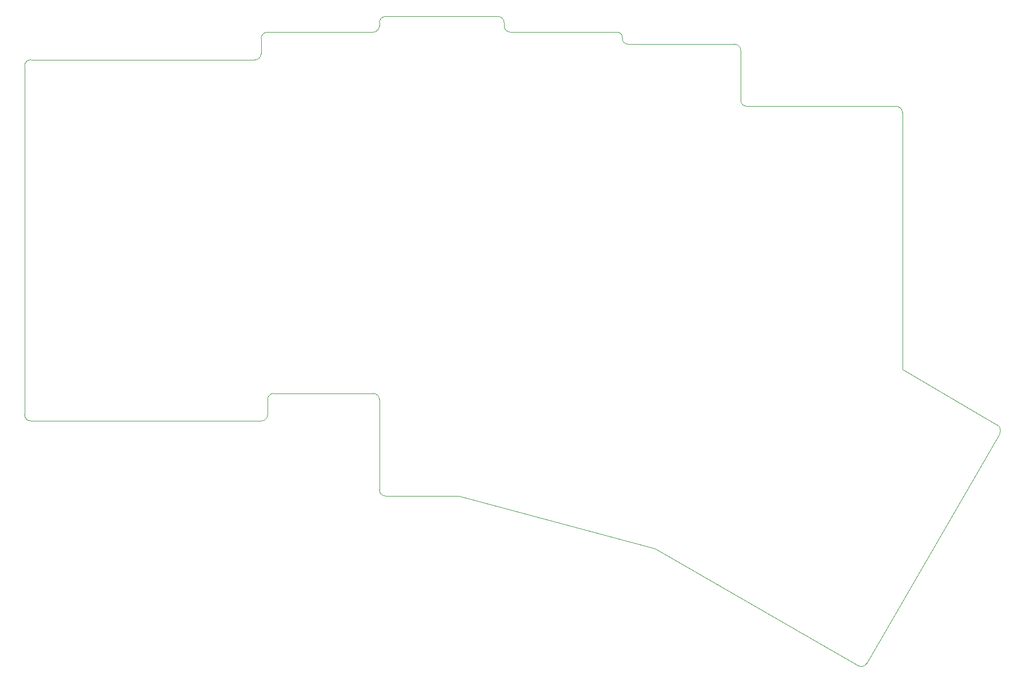
<source format=gbr>
%TF.GenerationSoftware,KiCad,Pcbnew,(5.1.9-0-10_14)*%
%TF.CreationDate,2021-10-14T21:57:33+01:00*%
%TF.ProjectId,edoxpcb,65646f78-7063-4622-9e6b-696361645f70,rev?*%
%TF.SameCoordinates,Original*%
%TF.FileFunction,Profile,NP*%
%FSLAX46Y46*%
G04 Gerber Fmt 4.6, Leading zero omitted, Abs format (unit mm)*
G04 Created by KiCad (PCBNEW (5.1.9-0-10_14)) date 2021-10-14 21:57:33*
%MOMM*%
%LPD*%
G01*
G04 APERTURE LIST*
%TA.AperFunction,Profile*%
%ADD10C,0.050000*%
%TD*%
G04 APERTURE END LIST*
D10*
X40221532Y5453551D02*
G75*
G02*
X39221532Y6453551I0J1000000D01*
G01*
X97622533Y-96252422D02*
G75*
G02*
X96256507Y-96618448I-866026J500000D01*
G01*
X118656507Y-57820447D02*
G75*
G02*
X119022532Y-59186472I-500000J-866025D01*
G01*
X71533Y2003553D02*
G75*
G02*
X-928466Y1003552I-1000000J-1D01*
G01*
X71531Y4453553D02*
G75*
G02*
X1071532Y5453552I1000000J-1D01*
G01*
X19121531Y6453551D02*
G75*
G02*
X18121532Y5453552I-999999J0D01*
G01*
X19121532Y6993554D02*
G75*
G02*
X20121532Y7993554I1000000J0D01*
G01*
X38221533Y7993550D02*
G75*
G02*
X39221532Y6993549I-1J-1000000D01*
G01*
X59121531Y3543549D02*
G75*
G02*
X58271530Y4393550I0J850001D01*
G01*
X57421531Y5453552D02*
G75*
G02*
X58271532Y4603551I0J-850001D01*
G01*
X76321532Y3543553D02*
G75*
G02*
X77321532Y2543553I0J-1000000D01*
G01*
X78321531Y-6506449D02*
G75*
G02*
X77321531Y-5506449I0J1000000D01*
G01*
X102371530Y-6506448D02*
G75*
G02*
X103371531Y-7506449I0J-1000001D01*
G01*
X20121532Y-69296450D02*
G75*
G02*
X19121532Y-68296450I0J1000000D01*
G01*
X18121531Y-52746451D02*
G75*
G02*
X19121532Y-53746450I1J-1000000D01*
G01*
X1121532Y-53746450D02*
G75*
G02*
X2121532Y-52746450I1000000J0D01*
G01*
X1121533Y-56196451D02*
G75*
G02*
X121531Y-57196451I-1000001J1D01*
G01*
X-37028466Y-57196450D02*
G75*
G02*
X-38028466Y-56196450I0J1000000D01*
G01*
X-38028469Y3551D02*
G75*
G02*
X-37028468Y1003552I1000001J0D01*
G01*
X-928466Y1003552D02*
X-37028468Y1003552D01*
X71531Y4453553D02*
X71533Y2003553D01*
X18121532Y5453552D02*
X1071532Y5453552D01*
X19121532Y6993554D02*
X19121531Y6453551D01*
X38221533Y7993550D02*
X20121532Y7993554D01*
X39221532Y6453551D02*
X39221532Y6993549D01*
X57421531Y5453552D02*
X40221532Y5453551D01*
X58271530Y4393550D02*
X58271532Y4603551D01*
X76321532Y3543553D02*
X59121531Y3543549D01*
X77321531Y-5506449D02*
X77321532Y2543553D01*
X102371530Y-6506448D02*
X78321531Y-6506449D01*
X103371532Y-48895447D02*
X103371531Y-7506449D01*
X118656507Y-57820447D02*
X103371532Y-48895447D01*
X97622533Y-96252422D02*
X119022532Y-59186472D01*
X63554532Y-77738450D02*
X96256507Y-96618448D01*
X31901532Y-69296449D02*
X63554532Y-77738450D01*
X20121532Y-69296450D02*
X31901532Y-69296449D01*
X19121532Y-53746450D02*
X19121532Y-68296450D01*
X2121532Y-52746450D02*
X18121531Y-52746451D01*
X1121533Y-56196451D02*
X1121532Y-53746450D01*
X-37028466Y-57196450D02*
X121531Y-57196451D01*
X-38028469Y3551D02*
X-38028466Y-56196450D01*
M02*

</source>
